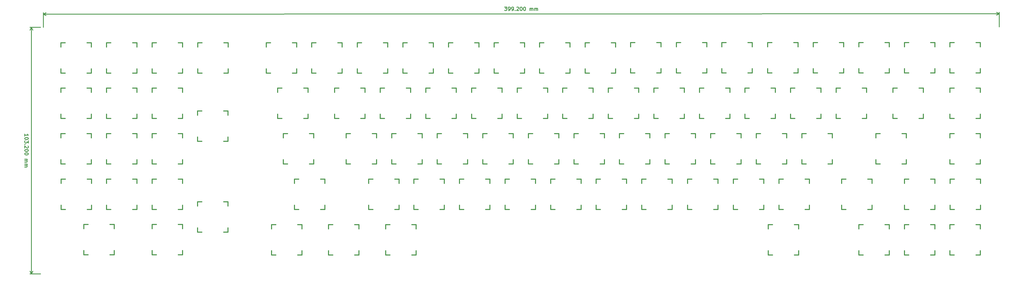
<source format=gbr>
G04 #@! TF.GenerationSoftware,KiCad,Pcbnew,(5.0.0)*
G04 #@! TF.CreationDate,2018-09-24T14:53:37-06:00*
G04 #@! TF.ProjectId,SouthPole,536F757468506F6C652E6B696361645F,rev?*
G04 #@! TF.SameCoordinates,Original*
G04 #@! TF.FileFunction,Legend,Top*
G04 #@! TF.FilePolarity,Positive*
%FSLAX46Y46*%
G04 Gerber Fmt 4.6, Leading zero omitted, Abs format (unit mm)*
G04 Created by KiCad (PCBNEW (5.0.0)) date 09/24/18 14:53:37*
%MOMM*%
%LPD*%
G01*
G04 APERTURE LIST*
%ADD10C,0.300000*%
%ADD11C,0.381000*%
G04 APERTURE END LIST*
D10*
X19221429Y-101328571D02*
X19221429Y-100471428D01*
X19221429Y-100900000D02*
X20721429Y-100900000D01*
X20507143Y-100757142D01*
X20364286Y-100614285D01*
X20292858Y-100471428D01*
X20721429Y-102257142D02*
X20721429Y-102400000D01*
X20650001Y-102542857D01*
X20578572Y-102614285D01*
X20435715Y-102685714D01*
X20150001Y-102757142D01*
X19792858Y-102757142D01*
X19507143Y-102685714D01*
X19364286Y-102614285D01*
X19292858Y-102542857D01*
X19221429Y-102400000D01*
X19221429Y-102257142D01*
X19292858Y-102114285D01*
X19364286Y-102042857D01*
X19507143Y-101971428D01*
X19792858Y-101900000D01*
X20150001Y-101900000D01*
X20435715Y-101971428D01*
X20578572Y-102042857D01*
X20650001Y-102114285D01*
X20721429Y-102257142D01*
X20721429Y-103257142D02*
X20721429Y-104185714D01*
X20150001Y-103685714D01*
X20150001Y-103900000D01*
X20078572Y-104042857D01*
X20007143Y-104114285D01*
X19864286Y-104185714D01*
X19507143Y-104185714D01*
X19364286Y-104114285D01*
X19292858Y-104042857D01*
X19221429Y-103900000D01*
X19221429Y-103471428D01*
X19292858Y-103328571D01*
X19364286Y-103257142D01*
X19364286Y-104828571D02*
X19292858Y-104900000D01*
X19221429Y-104828571D01*
X19292858Y-104757142D01*
X19364286Y-104828571D01*
X19221429Y-104828571D01*
X20578572Y-105471428D02*
X20650001Y-105542857D01*
X20721429Y-105685714D01*
X20721429Y-106042857D01*
X20650001Y-106185714D01*
X20578572Y-106257142D01*
X20435715Y-106328571D01*
X20292858Y-106328571D01*
X20078572Y-106257142D01*
X19221429Y-105400000D01*
X19221429Y-106328571D01*
X20721429Y-107257142D02*
X20721429Y-107400000D01*
X20650001Y-107542857D01*
X20578572Y-107614285D01*
X20435715Y-107685714D01*
X20150001Y-107757142D01*
X19792858Y-107757142D01*
X19507143Y-107685714D01*
X19364286Y-107614285D01*
X19292858Y-107542857D01*
X19221429Y-107400000D01*
X19221429Y-107257142D01*
X19292858Y-107114285D01*
X19364286Y-107042857D01*
X19507143Y-106971428D01*
X19792858Y-106900000D01*
X20150001Y-106900000D01*
X20435715Y-106971428D01*
X20578572Y-107042857D01*
X20650001Y-107114285D01*
X20721429Y-107257142D01*
X20721429Y-108685714D02*
X20721429Y-108828571D01*
X20650001Y-108971428D01*
X20578572Y-109042857D01*
X20435715Y-109114285D01*
X20150001Y-109185714D01*
X19792858Y-109185714D01*
X19507143Y-109114285D01*
X19364286Y-109042857D01*
X19292858Y-108971428D01*
X19221429Y-108828571D01*
X19221429Y-108685714D01*
X19292858Y-108542857D01*
X19364286Y-108471428D01*
X19507143Y-108400000D01*
X19792858Y-108328571D01*
X20150001Y-108328571D01*
X20435715Y-108400000D01*
X20578572Y-108471428D01*
X20650001Y-108542857D01*
X20721429Y-108685714D01*
X19221429Y-110971428D02*
X20221429Y-110971428D01*
X20078572Y-110971428D02*
X20150001Y-111042857D01*
X20221429Y-111185714D01*
X20221429Y-111400000D01*
X20150001Y-111542857D01*
X20007143Y-111614285D01*
X19221429Y-111614285D01*
X20007143Y-111614285D02*
X20150001Y-111685714D01*
X20221429Y-111828571D01*
X20221429Y-112042857D01*
X20150001Y-112185714D01*
X20007143Y-112257142D01*
X19221429Y-112257142D01*
X19221429Y-112971428D02*
X20221429Y-112971428D01*
X20078572Y-112971428D02*
X20150001Y-113042857D01*
X20221429Y-113185714D01*
X20221429Y-113400000D01*
X20150001Y-113542857D01*
X20007143Y-113614285D01*
X19221429Y-113614285D01*
X20007143Y-113614285D02*
X20150001Y-113685714D01*
X20221429Y-113828571D01*
X20221429Y-114042857D01*
X20150001Y-114185714D01*
X20007143Y-114257142D01*
X19221429Y-114257142D01*
X22000001Y-55800000D02*
X22000001Y-159000000D01*
X25800000Y-55800000D02*
X21413580Y-55800000D01*
X25800000Y-159000000D02*
X21413580Y-159000000D01*
X22000001Y-159000000D02*
X21413580Y-157873496D01*
X22000001Y-159000000D02*
X22586422Y-157873496D01*
X22000001Y-55800000D02*
X21413580Y-56926504D01*
X22000001Y-55800000D02*
X22586422Y-56926504D01*
X219595787Y-47293603D02*
X220524358Y-47293138D01*
X220024645Y-47864817D01*
X220238930Y-47864709D01*
X220381823Y-47936066D01*
X220453287Y-48007459D01*
X220524788Y-48150281D01*
X220524967Y-48507423D01*
X220453610Y-48650316D01*
X220382217Y-48721781D01*
X220239395Y-48793281D01*
X219810824Y-48793495D01*
X219667931Y-48722139D01*
X219596467Y-48650746D01*
X221239395Y-48792780D02*
X221525110Y-48792637D01*
X221667931Y-48721137D01*
X221739324Y-48649672D01*
X221882073Y-48435315D01*
X221953359Y-48149565D01*
X221953073Y-47578136D01*
X221881572Y-47435315D01*
X221810108Y-47363922D01*
X221667215Y-47292565D01*
X221381501Y-47292708D01*
X221238680Y-47364209D01*
X221167287Y-47435673D01*
X221095930Y-47578566D01*
X221096109Y-47935709D01*
X221167609Y-48078530D01*
X221239073Y-48149923D01*
X221381966Y-48221280D01*
X221667680Y-48221137D01*
X221810502Y-48149636D01*
X221881894Y-48078172D01*
X221953251Y-47935279D01*
X222667967Y-48792064D02*
X222953681Y-48791921D01*
X223096502Y-48720421D01*
X223167895Y-48648956D01*
X223310645Y-48434599D01*
X223381930Y-48148849D01*
X223381644Y-47577421D01*
X223310144Y-47434599D01*
X223238679Y-47363207D01*
X223095786Y-47291850D01*
X222810072Y-47291993D01*
X222667251Y-47363493D01*
X222595858Y-47434957D01*
X222524501Y-47577850D01*
X222524680Y-47934993D01*
X222596180Y-48077814D01*
X222667644Y-48149207D01*
X222810537Y-48220564D01*
X223096252Y-48220421D01*
X223239073Y-48148921D01*
X223310466Y-48077456D01*
X223381823Y-47934563D01*
X224025038Y-48648527D02*
X224096502Y-48719920D01*
X224025109Y-48791384D01*
X223953645Y-48719991D01*
X224025038Y-48648527D01*
X224025109Y-48791384D01*
X224667286Y-47433919D02*
X224738679Y-47362455D01*
X224881500Y-47290955D01*
X225238643Y-47290776D01*
X225381536Y-47362133D01*
X225453001Y-47433526D01*
X225524501Y-47576347D01*
X225524572Y-47719204D01*
X225453251Y-47933526D01*
X224596538Y-48791098D01*
X225525109Y-48790633D01*
X226452929Y-47290168D02*
X226595786Y-47290096D01*
X226738679Y-47361453D01*
X226810143Y-47432846D01*
X226881643Y-47575667D01*
X226953215Y-47861346D01*
X226953394Y-48218488D01*
X226882109Y-48504238D01*
X226810752Y-48647131D01*
X226739359Y-48718596D01*
X226596537Y-48790096D01*
X226453680Y-48790167D01*
X226310787Y-48718810D01*
X226239323Y-48647418D01*
X226167823Y-48504596D01*
X226096251Y-48218918D01*
X226096072Y-47861775D01*
X226167358Y-47576025D01*
X226238715Y-47433132D01*
X226310107Y-47361668D01*
X226452929Y-47290168D01*
X227881500Y-47289452D02*
X228024357Y-47289380D01*
X228167250Y-47360737D01*
X228238714Y-47432130D01*
X228310215Y-47574951D01*
X228381786Y-47860630D01*
X228381965Y-48217773D01*
X228310680Y-48503523D01*
X228239323Y-48646416D01*
X228167930Y-48717880D01*
X228025109Y-48789380D01*
X227882252Y-48789452D01*
X227739359Y-48718095D01*
X227667894Y-48646702D01*
X227596394Y-48503881D01*
X227524822Y-48218202D01*
X227524644Y-47861059D01*
X227595929Y-47575309D01*
X227667286Y-47432416D01*
X227738679Y-47360952D01*
X227881500Y-47289452D01*
X230167966Y-48788307D02*
X230167465Y-47788307D01*
X230167536Y-47931164D02*
X230238929Y-47859699D01*
X230381750Y-47788199D01*
X230596036Y-47788092D01*
X230738929Y-47859449D01*
X230810429Y-48002270D01*
X230810823Y-48787984D01*
X230810429Y-48002270D02*
X230881786Y-47859377D01*
X231024607Y-47787877D01*
X231238893Y-47787770D01*
X231381786Y-47859127D01*
X231453286Y-48001948D01*
X231453680Y-48787662D01*
X232167965Y-48787305D02*
X232167464Y-47787305D01*
X232167536Y-47930162D02*
X232238929Y-47858697D01*
X232381750Y-47787197D01*
X232596036Y-47787090D01*
X232738929Y-47858447D01*
X232810429Y-48001268D01*
X232810822Y-48786982D01*
X232810429Y-48001268D02*
X232881786Y-47858375D01*
X233024607Y-47786875D01*
X233238893Y-47786768D01*
X233381786Y-47858125D01*
X233453286Y-48000946D01*
X233453679Y-48786660D01*
X26997250Y-50311525D02*
X426197250Y-50111525D01*
X27000000Y-55800000D02*
X26996956Y-49725104D01*
X426200000Y-55600000D02*
X426196956Y-49525104D01*
X426197250Y-50111525D02*
X425071040Y-50698510D01*
X426197250Y-50111525D02*
X425070453Y-49525669D01*
X26997250Y-50311525D02*
X28124047Y-50897381D01*
X26997250Y-50311525D02*
X28123460Y-49724540D01*
D11*
G04 #@! TO.C,K15*
X91431250Y-62181250D02*
X93209250Y-62181250D01*
X102353250Y-62181250D02*
X104131250Y-62181250D01*
X104131250Y-62181250D02*
X104131250Y-63959250D01*
X104131250Y-73103250D02*
X104131250Y-74881250D01*
X104131250Y-74881250D02*
X102353250Y-74881250D01*
X93209250Y-74881250D02*
X91431250Y-74881250D01*
X91431250Y-74881250D02*
X91431250Y-73103250D01*
X91431250Y-63959250D02*
X91431250Y-62181250D01*
G04 #@! TO.C,K77*
X367525000Y-63865500D02*
X367525000Y-62087500D01*
X367525000Y-74787500D02*
X367525000Y-73009500D01*
X369303000Y-74787500D02*
X367525000Y-74787500D01*
X380225000Y-74787500D02*
X378447000Y-74787500D01*
X380225000Y-73009500D02*
X380225000Y-74787500D01*
X380225000Y-62087500D02*
X380225000Y-63865500D01*
X378447000Y-62087500D02*
X380225000Y-62087500D01*
X367525000Y-62087500D02*
X369303000Y-62087500D01*
G04 #@! TO.C,K79*
X386556250Y-63865500D02*
X386556250Y-62087500D01*
X386556250Y-74787500D02*
X386556250Y-73009500D01*
X388334250Y-74787500D02*
X386556250Y-74787500D01*
X399256250Y-74787500D02*
X397478250Y-74787500D01*
X399256250Y-73009500D02*
X399256250Y-74787500D01*
X399256250Y-62087500D02*
X399256250Y-63865500D01*
X397478250Y-62087500D02*
X399256250Y-62087500D01*
X386556250Y-62087500D02*
X388334250Y-62087500D01*
G04 #@! TO.C,K78*
X381775000Y-82990500D02*
X381775000Y-81212500D01*
X381775000Y-93912500D02*
X381775000Y-92134500D01*
X383553000Y-93912500D02*
X381775000Y-93912500D01*
X394475000Y-93912500D02*
X392697000Y-93912500D01*
X394475000Y-92134500D02*
X394475000Y-93912500D01*
X394475000Y-81212500D02*
X394475000Y-82990500D01*
X392697000Y-81212500D02*
X394475000Y-81212500D01*
X381775000Y-81212500D02*
X383553000Y-81212500D01*
G04 #@! TO.C,K74*
X374650000Y-102021750D02*
X374650000Y-100243750D01*
X374650000Y-112943750D02*
X374650000Y-111165750D01*
X376428000Y-112943750D02*
X374650000Y-112943750D01*
X387350000Y-112943750D02*
X385572000Y-112943750D01*
X387350000Y-111165750D02*
X387350000Y-112943750D01*
X387350000Y-100243750D02*
X387350000Y-102021750D01*
X385572000Y-100243750D02*
X387350000Y-100243750D01*
X374650000Y-100243750D02*
X376428000Y-100243750D01*
G04 #@! TO.C,K70*
X360323750Y-121053000D02*
X360323750Y-119275000D01*
X360323750Y-131975000D02*
X360323750Y-130197000D01*
X362101750Y-131975000D02*
X360323750Y-131975000D01*
X373023750Y-131975000D02*
X371245750Y-131975000D01*
X373023750Y-130197000D02*
X373023750Y-131975000D01*
X373023750Y-119275000D02*
X373023750Y-121053000D01*
X371245750Y-119275000D02*
X373023750Y-119275000D01*
X360323750Y-119275000D02*
X362101750Y-119275000D01*
G04 #@! TO.C,K62*
X329650000Y-140084250D02*
X329650000Y-138306250D01*
X329650000Y-151006250D02*
X329650000Y-149228250D01*
X331428000Y-151006250D02*
X329650000Y-151006250D01*
X342350000Y-151006250D02*
X340572000Y-151006250D01*
X342350000Y-149228250D02*
X342350000Y-151006250D01*
X342350000Y-138306250D02*
X342350000Y-140084250D01*
X340572000Y-138306250D02*
X342350000Y-138306250D01*
X329650000Y-138306250D02*
X331428000Y-138306250D01*
G04 #@! TO.C,K32*
X169900000Y-140084250D02*
X169900000Y-138306250D01*
X169900000Y-151006250D02*
X169900000Y-149228250D01*
X171678000Y-151006250D02*
X169900000Y-151006250D01*
X182600000Y-151006250D02*
X180822000Y-151006250D01*
X182600000Y-149228250D02*
X182600000Y-151006250D01*
X182600000Y-138306250D02*
X182600000Y-140084250D01*
X180822000Y-138306250D02*
X182600000Y-138306250D01*
X169900000Y-138306250D02*
X171678000Y-138306250D01*
G04 #@! TO.C,K27*
X146023750Y-140073000D02*
X146023750Y-138295000D01*
X146023750Y-150995000D02*
X146023750Y-149217000D01*
X147801750Y-150995000D02*
X146023750Y-150995000D01*
X158723750Y-150995000D02*
X156945750Y-150995000D01*
X158723750Y-149217000D02*
X158723750Y-150995000D01*
X158723750Y-138295000D02*
X158723750Y-140073000D01*
X156945750Y-138295000D02*
X158723750Y-138295000D01*
X146023750Y-138295000D02*
X147801750Y-138295000D01*
G04 #@! TO.C,K21*
X131837500Y-121053000D02*
X131837500Y-119275000D01*
X131837500Y-131975000D02*
X131837500Y-130197000D01*
X133615500Y-131975000D02*
X131837500Y-131975000D01*
X144537500Y-131975000D02*
X142759500Y-131975000D01*
X144537500Y-130197000D02*
X144537500Y-131975000D01*
X144537500Y-119275000D02*
X144537500Y-121053000D01*
X142759500Y-119275000D02*
X144537500Y-119275000D01*
X131837500Y-119275000D02*
X133615500Y-119275000D01*
G04 #@! TO.C,K22*
X122275000Y-140084250D02*
X122275000Y-138306250D01*
X122275000Y-151006250D02*
X122275000Y-149228250D01*
X124053000Y-151006250D02*
X122275000Y-151006250D01*
X134975000Y-151006250D02*
X133197000Y-151006250D01*
X134975000Y-149228250D02*
X134975000Y-151006250D01*
X134975000Y-138306250D02*
X134975000Y-140084250D01*
X133197000Y-138306250D02*
X134975000Y-138306250D01*
X122275000Y-138306250D02*
X124053000Y-138306250D01*
G04 #@! TO.C,K20*
X127150000Y-102021750D02*
X127150000Y-100243750D01*
X127150000Y-112943750D02*
X127150000Y-111165750D01*
X128928000Y-112943750D02*
X127150000Y-112943750D01*
X139850000Y-112943750D02*
X138072000Y-112943750D01*
X139850000Y-111165750D02*
X139850000Y-112943750D01*
X139850000Y-100243750D02*
X139850000Y-102021750D01*
X138072000Y-100243750D02*
X139850000Y-100243750D01*
X127150000Y-100243750D02*
X128928000Y-100243750D01*
G04 #@! TO.C,K19*
X124806250Y-82990500D02*
X124806250Y-81212500D01*
X124806250Y-93912500D02*
X124806250Y-92134500D01*
X126584250Y-93912500D02*
X124806250Y-93912500D01*
X137506250Y-93912500D02*
X135728250Y-93912500D01*
X137506250Y-92134500D02*
X137506250Y-93912500D01*
X137506250Y-81212500D02*
X137506250Y-82990500D01*
X135728250Y-81212500D02*
X137506250Y-81212500D01*
X124806250Y-81212500D02*
X126584250Y-81212500D01*
G04 #@! TO.C,K17*
X93138000Y-141488000D02*
X91360000Y-141488000D01*
X104060000Y-141488000D02*
X102282000Y-141488000D01*
X104060000Y-139710000D02*
X104060000Y-141488000D01*
X104060000Y-128788000D02*
X104060000Y-130566000D01*
X102282000Y-128788000D02*
X104060000Y-128788000D01*
X91360000Y-128788000D02*
X93138000Y-128788000D01*
X91360000Y-130566000D02*
X91360000Y-128788000D01*
X91360000Y-141488000D02*
X91360000Y-139710000D01*
G04 #@! TO.C,K9*
X43837000Y-140063000D02*
X43837000Y-138285000D01*
X43837000Y-150985000D02*
X43837000Y-149207000D01*
X45615000Y-150985000D02*
X43837000Y-150985000D01*
X56537000Y-150985000D02*
X54759000Y-150985000D01*
X56537000Y-149207000D02*
X56537000Y-150985000D01*
X56537000Y-138285000D02*
X56537000Y-140063000D01*
X54759000Y-138285000D02*
X56537000Y-138285000D01*
X43837000Y-138285000D02*
X45615000Y-138285000D01*
G04 #@! TO.C,K16*
X93163000Y-103413000D02*
X91385000Y-103413000D01*
X104085000Y-103413000D02*
X102307000Y-103413000D01*
X104085000Y-101635000D02*
X104085000Y-103413000D01*
X104085000Y-90713000D02*
X104085000Y-92491000D01*
X102307000Y-90713000D02*
X104085000Y-90713000D01*
X91385000Y-90713000D02*
X93163000Y-90713000D01*
X91385000Y-92491000D02*
X91385000Y-90713000D01*
X91385000Y-103413000D02*
X91385000Y-101635000D01*
G04 #@! TO.C,K1*
X34290000Y-62230000D02*
X36068000Y-62230000D01*
X45212000Y-62230000D02*
X46990000Y-62230000D01*
X46990000Y-62230000D02*
X46990000Y-64008000D01*
X46990000Y-73152000D02*
X46990000Y-74930000D01*
X46990000Y-74930000D02*
X45212000Y-74930000D01*
X36068000Y-74930000D02*
X34290000Y-74930000D01*
X34290000Y-74930000D02*
X34290000Y-73152000D01*
X34290000Y-64008000D02*
X34290000Y-62230000D01*
G04 #@! TO.C,K2*
X34305000Y-82990500D02*
X34305000Y-81212500D01*
X34305000Y-93912500D02*
X34305000Y-92134500D01*
X36083000Y-93912500D02*
X34305000Y-93912500D01*
X47005000Y-93912500D02*
X45227000Y-93912500D01*
X47005000Y-92134500D02*
X47005000Y-93912500D01*
X47005000Y-81212500D02*
X47005000Y-82990500D01*
X45227000Y-81212500D02*
X47005000Y-81212500D01*
X34305000Y-81212500D02*
X36083000Y-81212500D01*
G04 #@! TO.C,K3*
X34325000Y-100225000D02*
X36103000Y-100225000D01*
X45247000Y-100225000D02*
X47025000Y-100225000D01*
X47025000Y-100225000D02*
X47025000Y-102003000D01*
X47025000Y-111147000D02*
X47025000Y-112925000D01*
X47025000Y-112925000D02*
X45247000Y-112925000D01*
X36103000Y-112925000D02*
X34325000Y-112925000D01*
X34325000Y-112925000D02*
X34325000Y-111147000D01*
X34325000Y-102003000D02*
X34325000Y-100225000D01*
G04 #@! TO.C,K4*
X34337500Y-119275000D02*
X36115500Y-119275000D01*
X45259500Y-119275000D02*
X47037500Y-119275000D01*
X47037500Y-119275000D02*
X47037500Y-121053000D01*
X47037500Y-130197000D02*
X47037500Y-131975000D01*
X47037500Y-131975000D02*
X45259500Y-131975000D01*
X36115500Y-131975000D02*
X34337500Y-131975000D01*
X34337500Y-131975000D02*
X34337500Y-130197000D01*
X34337500Y-121053000D02*
X34337500Y-119275000D01*
G04 #@! TO.C,K5*
X53300000Y-64003000D02*
X53300000Y-62225000D01*
X53300000Y-74925000D02*
X53300000Y-73147000D01*
X55078000Y-74925000D02*
X53300000Y-74925000D01*
X66000000Y-74925000D02*
X64222000Y-74925000D01*
X66000000Y-73147000D02*
X66000000Y-74925000D01*
X66000000Y-62225000D02*
X66000000Y-64003000D01*
X64222000Y-62225000D02*
X66000000Y-62225000D01*
X53300000Y-62225000D02*
X55078000Y-62225000D01*
G04 #@! TO.C,K6*
X53305000Y-82990500D02*
X53305000Y-81212500D01*
X53305000Y-93912500D02*
X53305000Y-92134500D01*
X55083000Y-93912500D02*
X53305000Y-93912500D01*
X66005000Y-93912500D02*
X64227000Y-93912500D01*
X66005000Y-92134500D02*
X66005000Y-93912500D01*
X66005000Y-81212500D02*
X66005000Y-82990500D01*
X64227000Y-81212500D02*
X66005000Y-81212500D01*
X53305000Y-81212500D02*
X55083000Y-81212500D01*
G04 #@! TO.C,K7*
X53325000Y-102003000D02*
X53325000Y-100225000D01*
X53325000Y-112925000D02*
X53325000Y-111147000D01*
X55103000Y-112925000D02*
X53325000Y-112925000D01*
X66025000Y-112925000D02*
X64247000Y-112925000D01*
X66025000Y-111147000D02*
X66025000Y-112925000D01*
X66025000Y-100225000D02*
X66025000Y-102003000D01*
X64247000Y-100225000D02*
X66025000Y-100225000D01*
X53325000Y-100225000D02*
X55103000Y-100225000D01*
G04 #@! TO.C,K8*
X53330000Y-121048000D02*
X53330000Y-119270000D01*
X53330000Y-131970000D02*
X53330000Y-130192000D01*
X55108000Y-131970000D02*
X53330000Y-131970000D01*
X66030000Y-131970000D02*
X64252000Y-131970000D01*
X66030000Y-130192000D02*
X66030000Y-131970000D01*
X66030000Y-119270000D02*
X66030000Y-121048000D01*
X64252000Y-119270000D02*
X66030000Y-119270000D01*
X53330000Y-119270000D02*
X55108000Y-119270000D01*
G04 #@! TO.C,K10*
X72400000Y-63959250D02*
X72400000Y-62181250D01*
X72400000Y-74881250D02*
X72400000Y-73103250D01*
X74178000Y-74881250D02*
X72400000Y-74881250D01*
X85100000Y-74881250D02*
X83322000Y-74881250D01*
X85100000Y-73103250D02*
X85100000Y-74881250D01*
X85100000Y-62181250D02*
X85100000Y-63959250D01*
X83322000Y-62181250D02*
X85100000Y-62181250D01*
X72400000Y-62181250D02*
X74178000Y-62181250D01*
G04 #@! TO.C,K11*
X72400000Y-81212500D02*
X74178000Y-81212500D01*
X83322000Y-81212500D02*
X85100000Y-81212500D01*
X85100000Y-81212500D02*
X85100000Y-82990500D01*
X85100000Y-92134500D02*
X85100000Y-93912500D01*
X85100000Y-93912500D02*
X83322000Y-93912500D01*
X74178000Y-93912500D02*
X72400000Y-93912500D01*
X72400000Y-93912500D02*
X72400000Y-92134500D01*
X72400000Y-82990500D02*
X72400000Y-81212500D01*
G04 #@! TO.C,K12*
X72375000Y-102003000D02*
X72375000Y-100225000D01*
X72375000Y-112925000D02*
X72375000Y-111147000D01*
X74153000Y-112925000D02*
X72375000Y-112925000D01*
X85075000Y-112925000D02*
X83297000Y-112925000D01*
X85075000Y-111147000D02*
X85075000Y-112925000D01*
X85075000Y-100225000D02*
X85075000Y-102003000D01*
X83297000Y-100225000D02*
X85075000Y-100225000D01*
X72375000Y-100225000D02*
X74153000Y-100225000D01*
G04 #@! TO.C,K13*
X72355000Y-121048000D02*
X72355000Y-119270000D01*
X72355000Y-131970000D02*
X72355000Y-130192000D01*
X74133000Y-131970000D02*
X72355000Y-131970000D01*
X85055000Y-131970000D02*
X83277000Y-131970000D01*
X85055000Y-130192000D02*
X85055000Y-131970000D01*
X85055000Y-119270000D02*
X85055000Y-121048000D01*
X83277000Y-119270000D02*
X85055000Y-119270000D01*
X72355000Y-119270000D02*
X74133000Y-119270000D01*
G04 #@! TO.C,K14*
X72380000Y-140048000D02*
X72380000Y-138270000D01*
X72380000Y-150970000D02*
X72380000Y-149192000D01*
X74158000Y-150970000D02*
X72380000Y-150970000D01*
X85080000Y-150970000D02*
X83302000Y-150970000D01*
X85080000Y-149192000D02*
X85080000Y-150970000D01*
X85080000Y-138270000D02*
X85080000Y-140048000D01*
X83302000Y-138270000D02*
X85080000Y-138270000D01*
X72380000Y-138270000D02*
X74158000Y-138270000D01*
G04 #@! TO.C,K18*
X120025000Y-63959250D02*
X120025000Y-62181250D01*
X120025000Y-74881250D02*
X120025000Y-73103250D01*
X121803000Y-74881250D02*
X120025000Y-74881250D01*
X132725000Y-74881250D02*
X130947000Y-74881250D01*
X132725000Y-73103250D02*
X132725000Y-74881250D01*
X132725000Y-62181250D02*
X132725000Y-63959250D01*
X130947000Y-62181250D02*
X132725000Y-62181250D01*
X120025000Y-62181250D02*
X121803000Y-62181250D01*
G04 #@! TO.C,K23*
X139056250Y-62181250D02*
X140834250Y-62181250D01*
X149978250Y-62181250D02*
X151756250Y-62181250D01*
X151756250Y-62181250D02*
X151756250Y-63959250D01*
X151756250Y-73103250D02*
X151756250Y-74881250D01*
X151756250Y-74881250D02*
X149978250Y-74881250D01*
X140834250Y-74881250D02*
X139056250Y-74881250D01*
X139056250Y-74881250D02*
X139056250Y-73103250D01*
X139056250Y-63959250D02*
X139056250Y-62181250D01*
G04 #@! TO.C,K24*
X148618750Y-82990500D02*
X148618750Y-81212500D01*
X148618750Y-93912500D02*
X148618750Y-92134500D01*
X150396750Y-93912500D02*
X148618750Y-93912500D01*
X161318750Y-93912500D02*
X159540750Y-93912500D01*
X161318750Y-92134500D02*
X161318750Y-93912500D01*
X161318750Y-81212500D02*
X161318750Y-82990500D01*
X159540750Y-81212500D02*
X161318750Y-81212500D01*
X148618750Y-81212500D02*
X150396750Y-81212500D01*
G04 #@! TO.C,K25*
X153400000Y-100243750D02*
X155178000Y-100243750D01*
X164322000Y-100243750D02*
X166100000Y-100243750D01*
X166100000Y-100243750D02*
X166100000Y-102021750D01*
X166100000Y-111165750D02*
X166100000Y-112943750D01*
X166100000Y-112943750D02*
X164322000Y-112943750D01*
X155178000Y-112943750D02*
X153400000Y-112943750D01*
X153400000Y-112943750D02*
X153400000Y-111165750D01*
X153400000Y-102021750D02*
X153400000Y-100243750D01*
G04 #@! TO.C,K26*
X162775000Y-119275000D02*
X164553000Y-119275000D01*
X173697000Y-119275000D02*
X175475000Y-119275000D01*
X175475000Y-119275000D02*
X175475000Y-121053000D01*
X175475000Y-130197000D02*
X175475000Y-131975000D01*
X175475000Y-131975000D02*
X173697000Y-131975000D01*
X164553000Y-131975000D02*
X162775000Y-131975000D01*
X162775000Y-131975000D02*
X162775000Y-130197000D01*
X162775000Y-121053000D02*
X162775000Y-119275000D01*
G04 #@! TO.C,K28*
X158087500Y-63959250D02*
X158087500Y-62181250D01*
X158087500Y-74881250D02*
X158087500Y-73103250D01*
X159865500Y-74881250D02*
X158087500Y-74881250D01*
X170787500Y-74881250D02*
X169009500Y-74881250D01*
X170787500Y-73103250D02*
X170787500Y-74881250D01*
X170787500Y-62181250D02*
X170787500Y-63959250D01*
X169009500Y-62181250D02*
X170787500Y-62181250D01*
X158087500Y-62181250D02*
X159865500Y-62181250D01*
G04 #@! TO.C,K29*
X167680000Y-81201250D02*
X169458000Y-81201250D01*
X178602000Y-81201250D02*
X180380000Y-81201250D01*
X180380000Y-81201250D02*
X180380000Y-82979250D01*
X180380000Y-92123250D02*
X180380000Y-93901250D01*
X180380000Y-93901250D02*
X178602000Y-93901250D01*
X169458000Y-93901250D02*
X167680000Y-93901250D01*
X167680000Y-93901250D02*
X167680000Y-92123250D01*
X167680000Y-82979250D02*
X167680000Y-81201250D01*
G04 #@! TO.C,K30*
X172431250Y-102021750D02*
X172431250Y-100243750D01*
X172431250Y-112943750D02*
X172431250Y-111165750D01*
X174209250Y-112943750D02*
X172431250Y-112943750D01*
X185131250Y-112943750D02*
X183353250Y-112943750D01*
X185131250Y-111165750D02*
X185131250Y-112943750D01*
X185131250Y-100243750D02*
X185131250Y-102021750D01*
X183353250Y-100243750D02*
X185131250Y-100243750D01*
X172431250Y-100243750D02*
X174209250Y-100243750D01*
G04 #@! TO.C,K31*
X181712500Y-119275000D02*
X183490500Y-119275000D01*
X192634500Y-119275000D02*
X194412500Y-119275000D01*
X194412500Y-119275000D02*
X194412500Y-121053000D01*
X194412500Y-130197000D02*
X194412500Y-131975000D01*
X194412500Y-131975000D02*
X192634500Y-131975000D01*
X183490500Y-131975000D02*
X181712500Y-131975000D01*
X181712500Y-131975000D02*
X181712500Y-130197000D01*
X181712500Y-121053000D02*
X181712500Y-119275000D01*
G04 #@! TO.C,K33*
X177118750Y-63959250D02*
X177118750Y-62181250D01*
X177118750Y-74881250D02*
X177118750Y-73103250D01*
X178896750Y-74881250D02*
X177118750Y-74881250D01*
X189818750Y-74881250D02*
X188040750Y-74881250D01*
X189818750Y-73103250D02*
X189818750Y-74881250D01*
X189818750Y-62181250D02*
X189818750Y-63959250D01*
X188040750Y-62181250D02*
X189818750Y-62181250D01*
X177118750Y-62181250D02*
X178896750Y-62181250D01*
G04 #@! TO.C,K34*
X186711250Y-81201250D02*
X188489250Y-81201250D01*
X197633250Y-81201250D02*
X199411250Y-81201250D01*
X199411250Y-81201250D02*
X199411250Y-82979250D01*
X199411250Y-92123250D02*
X199411250Y-93901250D01*
X199411250Y-93901250D02*
X197633250Y-93901250D01*
X188489250Y-93901250D02*
X186711250Y-93901250D01*
X186711250Y-93901250D02*
X186711250Y-92123250D01*
X186711250Y-82979250D02*
X186711250Y-81201250D01*
G04 #@! TO.C,K35*
X191462500Y-102021750D02*
X191462500Y-100243750D01*
X191462500Y-112943750D02*
X191462500Y-111165750D01*
X193240500Y-112943750D02*
X191462500Y-112943750D01*
X204162500Y-112943750D02*
X202384500Y-112943750D01*
X204162500Y-111165750D02*
X204162500Y-112943750D01*
X204162500Y-100243750D02*
X204162500Y-102021750D01*
X202384500Y-100243750D02*
X204162500Y-100243750D01*
X191462500Y-100243750D02*
X193240500Y-100243750D01*
G04 #@! TO.C,K36*
X200743750Y-119275000D02*
X202521750Y-119275000D01*
X211665750Y-119275000D02*
X213443750Y-119275000D01*
X213443750Y-119275000D02*
X213443750Y-121053000D01*
X213443750Y-130197000D02*
X213443750Y-131975000D01*
X213443750Y-131975000D02*
X211665750Y-131975000D01*
X202521750Y-131975000D02*
X200743750Y-131975000D01*
X200743750Y-131975000D02*
X200743750Y-130197000D01*
X200743750Y-121053000D02*
X200743750Y-119275000D01*
G04 #@! TO.C,K37*
X196150000Y-63959250D02*
X196150000Y-62181250D01*
X196150000Y-74881250D02*
X196150000Y-73103250D01*
X197928000Y-74881250D02*
X196150000Y-74881250D01*
X208850000Y-74881250D02*
X207072000Y-74881250D01*
X208850000Y-73103250D02*
X208850000Y-74881250D01*
X208850000Y-62181250D02*
X208850000Y-63959250D01*
X207072000Y-62181250D02*
X208850000Y-62181250D01*
X196150000Y-62181250D02*
X197928000Y-62181250D01*
G04 #@! TO.C,K38*
X205806250Y-82990500D02*
X205806250Y-81212500D01*
X205806250Y-93912500D02*
X205806250Y-92134500D01*
X207584250Y-93912500D02*
X205806250Y-93912500D01*
X218506250Y-93912500D02*
X216728250Y-93912500D01*
X218506250Y-92134500D02*
X218506250Y-93912500D01*
X218506250Y-81212500D02*
X218506250Y-82990500D01*
X216728250Y-81212500D02*
X218506250Y-81212500D01*
X205806250Y-81212500D02*
X207584250Y-81212500D01*
G04 #@! TO.C,K39*
X210493750Y-100243750D02*
X212271750Y-100243750D01*
X221415750Y-100243750D02*
X223193750Y-100243750D01*
X223193750Y-100243750D02*
X223193750Y-102021750D01*
X223193750Y-111165750D02*
X223193750Y-112943750D01*
X223193750Y-112943750D02*
X221415750Y-112943750D01*
X212271750Y-112943750D02*
X210493750Y-112943750D01*
X210493750Y-112943750D02*
X210493750Y-111165750D01*
X210493750Y-102021750D02*
X210493750Y-100243750D01*
G04 #@! TO.C,K40*
X219775000Y-121053000D02*
X219775000Y-119275000D01*
X219775000Y-131975000D02*
X219775000Y-130197000D01*
X221553000Y-131975000D02*
X219775000Y-131975000D01*
X232475000Y-131975000D02*
X230697000Y-131975000D01*
X232475000Y-130197000D02*
X232475000Y-131975000D01*
X232475000Y-119275000D02*
X232475000Y-121053000D01*
X230697000Y-119275000D02*
X232475000Y-119275000D01*
X219775000Y-119275000D02*
X221553000Y-119275000D01*
G04 #@! TO.C,K41*
X215181250Y-62181250D02*
X216959250Y-62181250D01*
X226103250Y-62181250D02*
X227881250Y-62181250D01*
X227881250Y-62181250D02*
X227881250Y-63959250D01*
X227881250Y-73103250D02*
X227881250Y-74881250D01*
X227881250Y-74881250D02*
X226103250Y-74881250D01*
X216959250Y-74881250D02*
X215181250Y-74881250D01*
X215181250Y-74881250D02*
X215181250Y-73103250D01*
X215181250Y-63959250D02*
X215181250Y-62181250D01*
G04 #@! TO.C,K42*
X224837500Y-81212500D02*
X226615500Y-81212500D01*
X235759500Y-81212500D02*
X237537500Y-81212500D01*
X237537500Y-81212500D02*
X237537500Y-82990500D01*
X237537500Y-92134500D02*
X237537500Y-93912500D01*
X237537500Y-93912500D02*
X235759500Y-93912500D01*
X226615500Y-93912500D02*
X224837500Y-93912500D01*
X224837500Y-93912500D02*
X224837500Y-92134500D01*
X224837500Y-82990500D02*
X224837500Y-81212500D01*
G04 #@! TO.C,K43*
X229525000Y-100243750D02*
X231303000Y-100243750D01*
X240447000Y-100243750D02*
X242225000Y-100243750D01*
X242225000Y-100243750D02*
X242225000Y-102021750D01*
X242225000Y-111165750D02*
X242225000Y-112943750D01*
X242225000Y-112943750D02*
X240447000Y-112943750D01*
X231303000Y-112943750D02*
X229525000Y-112943750D01*
X229525000Y-112943750D02*
X229525000Y-111165750D01*
X229525000Y-102021750D02*
X229525000Y-100243750D01*
G04 #@! TO.C,K44*
X238806250Y-121053000D02*
X238806250Y-119275000D01*
X238806250Y-131975000D02*
X238806250Y-130197000D01*
X240584250Y-131975000D02*
X238806250Y-131975000D01*
X251506250Y-131975000D02*
X249728250Y-131975000D01*
X251506250Y-130197000D02*
X251506250Y-131975000D01*
X251506250Y-119275000D02*
X251506250Y-121053000D01*
X249728250Y-119275000D02*
X251506250Y-119275000D01*
X238806250Y-119275000D02*
X240584250Y-119275000D01*
G04 #@! TO.C,K46*
X234212500Y-63959250D02*
X234212500Y-62181250D01*
X234212500Y-74881250D02*
X234212500Y-73103250D01*
X235990500Y-74881250D02*
X234212500Y-74881250D01*
X246912500Y-74881250D02*
X245134500Y-74881250D01*
X246912500Y-73103250D02*
X246912500Y-74881250D01*
X246912500Y-62181250D02*
X246912500Y-63959250D01*
X245134500Y-62181250D02*
X246912500Y-62181250D01*
X234212500Y-62181250D02*
X235990500Y-62181250D01*
G04 #@! TO.C,K47*
X243868750Y-81212500D02*
X245646750Y-81212500D01*
X254790750Y-81212500D02*
X256568750Y-81212500D01*
X256568750Y-81212500D02*
X256568750Y-82990500D01*
X256568750Y-92134500D02*
X256568750Y-93912500D01*
X256568750Y-93912500D02*
X254790750Y-93912500D01*
X245646750Y-93912500D02*
X243868750Y-93912500D01*
X243868750Y-93912500D02*
X243868750Y-92134500D01*
X243868750Y-82990500D02*
X243868750Y-81212500D01*
G04 #@! TO.C,K48*
X248556250Y-102021750D02*
X248556250Y-100243750D01*
X248556250Y-112943750D02*
X248556250Y-111165750D01*
X250334250Y-112943750D02*
X248556250Y-112943750D01*
X261256250Y-112943750D02*
X259478250Y-112943750D01*
X261256250Y-111165750D02*
X261256250Y-112943750D01*
X261256250Y-100243750D02*
X261256250Y-102021750D01*
X259478250Y-100243750D02*
X261256250Y-100243750D01*
X248556250Y-100243750D02*
X250334250Y-100243750D01*
G04 #@! TO.C,K49*
X257837500Y-119275000D02*
X259615500Y-119275000D01*
X268759500Y-119275000D02*
X270537500Y-119275000D01*
X270537500Y-119275000D02*
X270537500Y-121053000D01*
X270537500Y-130197000D02*
X270537500Y-131975000D01*
X270537500Y-131975000D02*
X268759500Y-131975000D01*
X259615500Y-131975000D02*
X257837500Y-131975000D01*
X257837500Y-131975000D02*
X257837500Y-130197000D01*
X257837500Y-121053000D02*
X257837500Y-119275000D01*
G04 #@! TO.C,K50*
X253243750Y-62181250D02*
X255021750Y-62181250D01*
X264165750Y-62181250D02*
X265943750Y-62181250D01*
X265943750Y-62181250D02*
X265943750Y-63959250D01*
X265943750Y-73103250D02*
X265943750Y-74881250D01*
X265943750Y-74881250D02*
X264165750Y-74881250D01*
X255021750Y-74881250D02*
X253243750Y-74881250D01*
X253243750Y-74881250D02*
X253243750Y-73103250D01*
X253243750Y-63959250D02*
X253243750Y-62181250D01*
G04 #@! TO.C,K51*
X262900000Y-81212500D02*
X264678000Y-81212500D01*
X273822000Y-81212500D02*
X275600000Y-81212500D01*
X275600000Y-81212500D02*
X275600000Y-82990500D01*
X275600000Y-92134500D02*
X275600000Y-93912500D01*
X275600000Y-93912500D02*
X273822000Y-93912500D01*
X264678000Y-93912500D02*
X262900000Y-93912500D01*
X262900000Y-93912500D02*
X262900000Y-92134500D01*
X262900000Y-82990500D02*
X262900000Y-81212500D01*
G04 #@! TO.C,K52*
X267587500Y-102021750D02*
X267587500Y-100243750D01*
X267587500Y-112943750D02*
X267587500Y-111165750D01*
X269365500Y-112943750D02*
X267587500Y-112943750D01*
X280287500Y-112943750D02*
X278509500Y-112943750D01*
X280287500Y-111165750D02*
X280287500Y-112943750D01*
X280287500Y-100243750D02*
X280287500Y-102021750D01*
X278509500Y-100243750D02*
X280287500Y-100243750D01*
X267587500Y-100243750D02*
X269365500Y-100243750D01*
G04 #@! TO.C,K53*
X276898750Y-119263750D02*
X278676750Y-119263750D01*
X287820750Y-119263750D02*
X289598750Y-119263750D01*
X289598750Y-119263750D02*
X289598750Y-121041750D01*
X289598750Y-130185750D02*
X289598750Y-131963750D01*
X289598750Y-131963750D02*
X287820750Y-131963750D01*
X278676750Y-131963750D02*
X276898750Y-131963750D01*
X276898750Y-131963750D02*
X276898750Y-130185750D01*
X276898750Y-121041750D02*
X276898750Y-119263750D01*
G04 #@! TO.C,K54*
X272181250Y-62087500D02*
X273959250Y-62087500D01*
X283103250Y-62087500D02*
X284881250Y-62087500D01*
X284881250Y-62087500D02*
X284881250Y-63865500D01*
X284881250Y-73009500D02*
X284881250Y-74787500D01*
X284881250Y-74787500D02*
X283103250Y-74787500D01*
X273959250Y-74787500D02*
X272181250Y-74787500D01*
X272181250Y-74787500D02*
X272181250Y-73009500D01*
X272181250Y-63865500D02*
X272181250Y-62087500D01*
G04 #@! TO.C,K55*
X281931250Y-82990500D02*
X281931250Y-81212500D01*
X281931250Y-93912500D02*
X281931250Y-92134500D01*
X283709250Y-93912500D02*
X281931250Y-93912500D01*
X294631250Y-93912500D02*
X292853250Y-93912500D01*
X294631250Y-92134500D02*
X294631250Y-93912500D01*
X294631250Y-81212500D02*
X294631250Y-82990500D01*
X292853250Y-81212500D02*
X294631250Y-81212500D01*
X281931250Y-81212500D02*
X283709250Y-81212500D01*
G04 #@! TO.C,K56*
X286618750Y-102021750D02*
X286618750Y-100243750D01*
X286618750Y-112943750D02*
X286618750Y-111165750D01*
X288396750Y-112943750D02*
X286618750Y-112943750D01*
X299318750Y-112943750D02*
X297540750Y-112943750D01*
X299318750Y-111165750D02*
X299318750Y-112943750D01*
X299318750Y-100243750D02*
X299318750Y-102021750D01*
X297540750Y-100243750D02*
X299318750Y-100243750D01*
X286618750Y-100243750D02*
X288396750Y-100243750D01*
G04 #@! TO.C,K57*
X295993750Y-119275000D02*
X297771750Y-119275000D01*
X306915750Y-119275000D02*
X308693750Y-119275000D01*
X308693750Y-119275000D02*
X308693750Y-121053000D01*
X308693750Y-130197000D02*
X308693750Y-131975000D01*
X308693750Y-131975000D02*
X306915750Y-131975000D01*
X297771750Y-131975000D02*
X295993750Y-131975000D01*
X295993750Y-131975000D02*
X295993750Y-130197000D01*
X295993750Y-121053000D02*
X295993750Y-119275000D01*
G04 #@! TO.C,K58*
X291306250Y-63865500D02*
X291306250Y-62087500D01*
X291306250Y-74787500D02*
X291306250Y-73009500D01*
X293084250Y-74787500D02*
X291306250Y-74787500D01*
X304006250Y-74787500D02*
X302228250Y-74787500D01*
X304006250Y-73009500D02*
X304006250Y-74787500D01*
X304006250Y-62087500D02*
X304006250Y-63865500D01*
X302228250Y-62087500D02*
X304006250Y-62087500D01*
X291306250Y-62087500D02*
X293084250Y-62087500D01*
G04 #@! TO.C,K59*
X300962500Y-82990500D02*
X300962500Y-81212500D01*
X300962500Y-93912500D02*
X300962500Y-92134500D01*
X302740500Y-93912500D02*
X300962500Y-93912500D01*
X313662500Y-93912500D02*
X311884500Y-93912500D01*
X313662500Y-92134500D02*
X313662500Y-93912500D01*
X313662500Y-81212500D02*
X313662500Y-82990500D01*
X311884500Y-81212500D02*
X313662500Y-81212500D01*
X300962500Y-81212500D02*
X302740500Y-81212500D01*
G04 #@! TO.C,K60*
X305650000Y-100243750D02*
X307428000Y-100243750D01*
X316572000Y-100243750D02*
X318350000Y-100243750D01*
X318350000Y-100243750D02*
X318350000Y-102021750D01*
X318350000Y-111165750D02*
X318350000Y-112943750D01*
X318350000Y-112943750D02*
X316572000Y-112943750D01*
X307428000Y-112943750D02*
X305650000Y-112943750D01*
X305650000Y-112943750D02*
X305650000Y-111165750D01*
X305650000Y-102021750D02*
X305650000Y-100243750D01*
G04 #@! TO.C,K61*
X315118750Y-121053000D02*
X315118750Y-119275000D01*
X315118750Y-131975000D02*
X315118750Y-130197000D01*
X316896750Y-131975000D02*
X315118750Y-131975000D01*
X327818750Y-131975000D02*
X326040750Y-131975000D01*
X327818750Y-130197000D02*
X327818750Y-131975000D01*
X327818750Y-119275000D02*
X327818750Y-121053000D01*
X326040750Y-119275000D02*
X327818750Y-119275000D01*
X315118750Y-119275000D02*
X316896750Y-119275000D01*
G04 #@! TO.C,K63*
X310337500Y-62087500D02*
X312115500Y-62087500D01*
X321259500Y-62087500D02*
X323037500Y-62087500D01*
X323037500Y-62087500D02*
X323037500Y-63865500D01*
X323037500Y-73009500D02*
X323037500Y-74787500D01*
X323037500Y-74787500D02*
X321259500Y-74787500D01*
X312115500Y-74787500D02*
X310337500Y-74787500D01*
X310337500Y-74787500D02*
X310337500Y-73009500D01*
X310337500Y-63865500D02*
X310337500Y-62087500D01*
G04 #@! TO.C,K64*
X319993750Y-82990500D02*
X319993750Y-81212500D01*
X319993750Y-93912500D02*
X319993750Y-92134500D01*
X321771750Y-93912500D02*
X319993750Y-93912500D01*
X332693750Y-93912500D02*
X330915750Y-93912500D01*
X332693750Y-92134500D02*
X332693750Y-93912500D01*
X332693750Y-81212500D02*
X332693750Y-82990500D01*
X330915750Y-81212500D02*
X332693750Y-81212500D01*
X319993750Y-81212500D02*
X321771750Y-81212500D01*
G04 #@! TO.C,K65*
X324681250Y-102021750D02*
X324681250Y-100243750D01*
X324681250Y-112943750D02*
X324681250Y-111165750D01*
X326459250Y-112943750D02*
X324681250Y-112943750D01*
X337381250Y-112943750D02*
X335603250Y-112943750D01*
X337381250Y-111165750D02*
X337381250Y-112943750D01*
X337381250Y-100243750D02*
X337381250Y-102021750D01*
X335603250Y-100243750D02*
X337381250Y-100243750D01*
X324681250Y-100243750D02*
X326459250Y-100243750D01*
G04 #@! TO.C,K66*
X334150000Y-119275000D02*
X335928000Y-119275000D01*
X345072000Y-119275000D02*
X346850000Y-119275000D01*
X346850000Y-119275000D02*
X346850000Y-121053000D01*
X346850000Y-130197000D02*
X346850000Y-131975000D01*
X346850000Y-131975000D02*
X345072000Y-131975000D01*
X335928000Y-131975000D02*
X334150000Y-131975000D01*
X334150000Y-131975000D02*
X334150000Y-130197000D01*
X334150000Y-121053000D02*
X334150000Y-119275000D01*
G04 #@! TO.C,K67*
X329462500Y-63865500D02*
X329462500Y-62087500D01*
X329462500Y-74787500D02*
X329462500Y-73009500D01*
X331240500Y-74787500D02*
X329462500Y-74787500D01*
X342162500Y-74787500D02*
X340384500Y-74787500D01*
X342162500Y-73009500D02*
X342162500Y-74787500D01*
X342162500Y-62087500D02*
X342162500Y-63865500D01*
X340384500Y-62087500D02*
X342162500Y-62087500D01*
X329462500Y-62087500D02*
X331240500Y-62087500D01*
G04 #@! TO.C,K68*
X339025000Y-82990500D02*
X339025000Y-81212500D01*
X339025000Y-93912500D02*
X339025000Y-92134500D01*
X340803000Y-93912500D02*
X339025000Y-93912500D01*
X351725000Y-93912500D02*
X349947000Y-93912500D01*
X351725000Y-92134500D02*
X351725000Y-93912500D01*
X351725000Y-81212500D02*
X351725000Y-82990500D01*
X349947000Y-81212500D02*
X351725000Y-81212500D01*
X339025000Y-81212500D02*
X340803000Y-81212500D01*
G04 #@! TO.C,K69*
X343712500Y-100243750D02*
X345490500Y-100243750D01*
X354634500Y-100243750D02*
X356412500Y-100243750D01*
X356412500Y-100243750D02*
X356412500Y-102021750D01*
X356412500Y-111165750D02*
X356412500Y-112943750D01*
X356412500Y-112943750D02*
X354634500Y-112943750D01*
X345490500Y-112943750D02*
X343712500Y-112943750D01*
X343712500Y-112943750D02*
X343712500Y-111165750D01*
X343712500Y-102021750D02*
X343712500Y-100243750D01*
G04 #@! TO.C,K71*
X367525000Y-140084250D02*
X367525000Y-138306250D01*
X367525000Y-151006250D02*
X367525000Y-149228250D01*
X369303000Y-151006250D02*
X367525000Y-151006250D01*
X380225000Y-151006250D02*
X378447000Y-151006250D01*
X380225000Y-149228250D02*
X380225000Y-151006250D01*
X380225000Y-138306250D02*
X380225000Y-140084250D01*
X378447000Y-138306250D02*
X380225000Y-138306250D01*
X367525000Y-138306250D02*
X369303000Y-138306250D01*
G04 #@! TO.C,K72*
X348493750Y-62087500D02*
X350271750Y-62087500D01*
X359415750Y-62087500D02*
X361193750Y-62087500D01*
X361193750Y-62087500D02*
X361193750Y-63865500D01*
X361193750Y-73009500D02*
X361193750Y-74787500D01*
X361193750Y-74787500D02*
X359415750Y-74787500D01*
X350271750Y-74787500D02*
X348493750Y-74787500D01*
X348493750Y-74787500D02*
X348493750Y-73009500D01*
X348493750Y-63865500D02*
X348493750Y-62087500D01*
G04 #@! TO.C,K73*
X358073750Y-81212500D02*
X359851750Y-81212500D01*
X368995750Y-81212500D02*
X370773750Y-81212500D01*
X370773750Y-81212500D02*
X370773750Y-82990500D01*
X370773750Y-92134500D02*
X370773750Y-93912500D01*
X370773750Y-93912500D02*
X368995750Y-93912500D01*
X359851750Y-93912500D02*
X358073750Y-93912500D01*
X358073750Y-93912500D02*
X358073750Y-92134500D01*
X358073750Y-82990500D02*
X358073750Y-81212500D01*
G04 #@! TO.C,K75*
X386556250Y-119275000D02*
X388334250Y-119275000D01*
X397478250Y-119275000D02*
X399256250Y-119275000D01*
X399256250Y-119275000D02*
X399256250Y-121053000D01*
X399256250Y-130197000D02*
X399256250Y-131975000D01*
X399256250Y-131975000D02*
X397478250Y-131975000D01*
X388334250Y-131975000D02*
X386556250Y-131975000D01*
X386556250Y-131975000D02*
X386556250Y-130197000D01*
X386556250Y-121053000D02*
X386556250Y-119275000D01*
G04 #@! TO.C,K76*
X386556250Y-138306250D02*
X388334250Y-138306250D01*
X397478250Y-138306250D02*
X399256250Y-138306250D01*
X399256250Y-138306250D02*
X399256250Y-140084250D01*
X399256250Y-149228250D02*
X399256250Y-151006250D01*
X399256250Y-151006250D02*
X397478250Y-151006250D01*
X388334250Y-151006250D02*
X386556250Y-151006250D01*
X386556250Y-151006250D02*
X386556250Y-149228250D01*
X386556250Y-140084250D02*
X386556250Y-138306250D01*
G04 #@! TO.C,K80*
X405587500Y-63865500D02*
X405587500Y-62087500D01*
X405587500Y-74787500D02*
X405587500Y-73009500D01*
X407365500Y-74787500D02*
X405587500Y-74787500D01*
X418287500Y-74787500D02*
X416509500Y-74787500D01*
X418287500Y-73009500D02*
X418287500Y-74787500D01*
X418287500Y-62087500D02*
X418287500Y-63865500D01*
X416509500Y-62087500D02*
X418287500Y-62087500D01*
X405587500Y-62087500D02*
X407365500Y-62087500D01*
G04 #@! TO.C,K81*
X405587500Y-82990500D02*
X405587500Y-81212500D01*
X405587500Y-93912500D02*
X405587500Y-92134500D01*
X407365500Y-93912500D02*
X405587500Y-93912500D01*
X418287500Y-93912500D02*
X416509500Y-93912500D01*
X418287500Y-92134500D02*
X418287500Y-93912500D01*
X418287500Y-81212500D02*
X418287500Y-82990500D01*
X416509500Y-81212500D02*
X418287500Y-81212500D01*
X405587500Y-81212500D02*
X407365500Y-81212500D01*
G04 #@! TO.C,K82*
X405587500Y-100243750D02*
X407365500Y-100243750D01*
X416509500Y-100243750D02*
X418287500Y-100243750D01*
X418287500Y-100243750D02*
X418287500Y-102021750D01*
X418287500Y-111165750D02*
X418287500Y-112943750D01*
X418287500Y-112943750D02*
X416509500Y-112943750D01*
X407365500Y-112943750D02*
X405587500Y-112943750D01*
X405587500Y-112943750D02*
X405587500Y-111165750D01*
X405587500Y-102021750D02*
X405587500Y-100243750D01*
G04 #@! TO.C,K83*
X405605000Y-119275000D02*
X407383000Y-119275000D01*
X416527000Y-119275000D02*
X418305000Y-119275000D01*
X418305000Y-119275000D02*
X418305000Y-121053000D01*
X418305000Y-130197000D02*
X418305000Y-131975000D01*
X418305000Y-131975000D02*
X416527000Y-131975000D01*
X407383000Y-131975000D02*
X405605000Y-131975000D01*
X405605000Y-131975000D02*
X405605000Y-130197000D01*
X405605000Y-121053000D02*
X405605000Y-119275000D01*
G04 #@! TO.C,K84*
X405587500Y-140084250D02*
X405587500Y-138306250D01*
X405587500Y-151006250D02*
X405587500Y-149228250D01*
X407365500Y-151006250D02*
X405587500Y-151006250D01*
X418287500Y-151006250D02*
X416509500Y-151006250D01*
X418287500Y-149228250D02*
X418287500Y-151006250D01*
X418287500Y-138306250D02*
X418287500Y-140084250D01*
X416509500Y-138306250D02*
X418287500Y-138306250D01*
X405587500Y-138306250D02*
X407365500Y-138306250D01*
G04 #@! TD*
M02*

</source>
